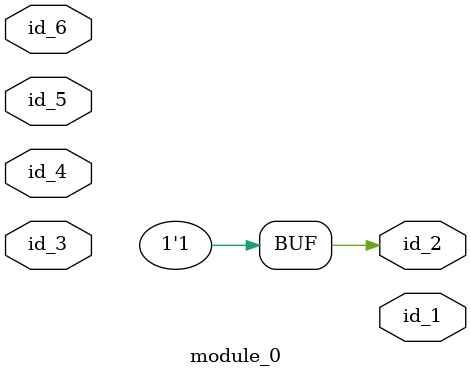
<source format=v>
`timescale 1ps / 1ps
module module_0 (
    id_1,
    id_2,
    id_3,
    id_4,
    id_5,
    id_6
);
  input id_6;
  inout id_5;
  input id_4;
  inout id_3;
  output id_2;
  output id_1;
  assign id_2 = 1;
endmodule

</source>
